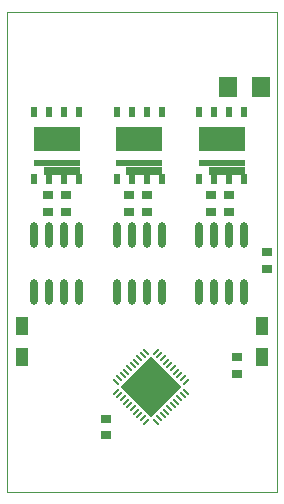
<source format=gtp>
%FSLAX25Y25*%
%MOIN*%
G70*
G01*
G75*
G04 Layer_Color=8421504*
%ADD10R,0.06299X0.07087*%
%ADD11R,0.12362X0.02835*%
%ADD12R,0.15748X0.02362*%
%ADD13R,0.02402X0.03268*%
%ADD14R,0.15748X0.08465*%
%ADD15O,0.02362X0.08661*%
%ADD16R,0.03543X0.03150*%
%ADD17R,0.03937X0.05906*%
G04:AMPARAMS|DCode=18|XSize=8.66mil|YSize=27.56mil|CornerRadius=0mil|HoleSize=0mil|Usage=FLASHONLY|Rotation=45.000|XOffset=0mil|YOffset=0mil|HoleType=Round|Shape=Rectangle|*
%AMROTATEDRECTD18*
4,1,4,0.00668,-0.01281,-0.01281,0.00668,-0.00668,0.01281,0.01281,-0.00668,0.00668,-0.01281,0.0*
%
%ADD18ROTATEDRECTD18*%

G04:AMPARAMS|DCode=19|XSize=8.66mil|YSize=27.56mil|CornerRadius=0mil|HoleSize=0mil|Usage=FLASHONLY|Rotation=315.000|XOffset=0mil|YOffset=0mil|HoleType=Round|Shape=Rectangle|*
%AMROTATEDRECTD19*
4,1,4,-0.01281,-0.00668,0.00668,0.01281,0.01281,0.00668,-0.00668,-0.01281,-0.01281,-0.00668,0.0*
%
%ADD19ROTATEDRECTD19*%

%ADD20P,0.20044X4X360.0*%
%ADD21C,0.02000*%
%ADD22C,0.00600*%
%ADD23C,0.00800*%
%ADD24R,0.58000X0.10500*%
%ADD25R,0.07000X0.20000*%
%ADD26R,0.11000X0.04500*%
%ADD27R,0.10000X0.04500*%
%ADD28R,0.07500X0.05500*%
%ADD29R,0.07000X0.17000*%
%ADD30R,0.07000X0.33000*%
%ADD31R,0.08000X0.05500*%
%ADD32R,0.06500X0.17000*%
%ADD33C,0.00200*%
%ADD34R,0.05906X0.05906*%
%ADD35C,0.05906*%
%ADD36R,0.05906X0.05906*%
%ADD37C,0.01969*%
%ADD38R,0.07087X0.06299*%
%ADD39R,0.05906X0.05118*%
%ADD40R,0.01378X0.01378*%
%ADD41R,0.03150X0.03543*%
%ADD42R,0.04500X0.14500*%
%ADD43R,0.08000X0.19000*%
%ADD44R,0.08000X0.19500*%
%ADD45R,0.07000X0.21000*%
%ADD46R,0.07000X0.19500*%
%ADD47R,0.17000X0.07500*%
%ADD48R,0.23500X0.07500*%
%ADD49R,0.23000X0.07500*%
%ADD50C,0.00984*%
%ADD51C,0.00787*%
%ADD52C,0.00500*%
D10*
X84512Y135000D02*
D03*
X73488D02*
D03*
D11*
X18193Y106799D02*
D03*
X45693D02*
D03*
X73193D02*
D03*
D12*
X16500Y109398D02*
D03*
X44000D02*
D03*
X71500D02*
D03*
D13*
X9000Y126661D02*
D03*
X14000D02*
D03*
X19000D02*
D03*
X24000D02*
D03*
Y104339D02*
D03*
X19000D02*
D03*
X14000D02*
D03*
X9000D02*
D03*
X36500Y126661D02*
D03*
X41500D02*
D03*
X46500D02*
D03*
X51500D02*
D03*
Y104339D02*
D03*
X46500D02*
D03*
X41500D02*
D03*
X36500D02*
D03*
X64000Y126661D02*
D03*
X69000D02*
D03*
X74000D02*
D03*
X79000D02*
D03*
Y104339D02*
D03*
X74000D02*
D03*
X69000D02*
D03*
X64000D02*
D03*
D14*
X16500Y117567D02*
D03*
X44000D02*
D03*
X71500D02*
D03*
D15*
X9000Y66551D02*
D03*
X14000D02*
D03*
X19000D02*
D03*
X24000D02*
D03*
X9000Y85449D02*
D03*
X14000D02*
D03*
X19000D02*
D03*
X24000D02*
D03*
X36500Y66551D02*
D03*
X41500D02*
D03*
X46500D02*
D03*
X51500D02*
D03*
X36500Y85449D02*
D03*
X41500D02*
D03*
X46500D02*
D03*
X51500D02*
D03*
X64000Y66551D02*
D03*
X69000D02*
D03*
X74000D02*
D03*
X79000D02*
D03*
X64000Y85449D02*
D03*
X69000D02*
D03*
X74000D02*
D03*
X79000D02*
D03*
D16*
X13500Y93244D02*
D03*
Y98756D02*
D03*
X19500Y93244D02*
D03*
Y98756D02*
D03*
X40500Y93244D02*
D03*
Y98756D02*
D03*
X46500Y93244D02*
D03*
Y98756D02*
D03*
X68000Y93244D02*
D03*
Y98756D02*
D03*
X74000Y93244D02*
D03*
Y98756D02*
D03*
X86500Y79756D02*
D03*
Y74244D02*
D03*
X33000Y18744D02*
D03*
Y24256D02*
D03*
X76500Y44756D02*
D03*
Y39244D02*
D03*
D17*
X85000Y44888D02*
D03*
Y55312D02*
D03*
X5000Y44888D02*
D03*
Y55312D02*
D03*
D18*
X46330Y46692D02*
D03*
X45216Y45579D02*
D03*
X44103Y44465D02*
D03*
X42989Y43352D02*
D03*
X41875Y42238D02*
D03*
X40762Y41125D02*
D03*
X39648Y40011D02*
D03*
X38535Y38897D02*
D03*
X37421Y37784D02*
D03*
X36307Y36670D02*
D03*
X49670Y23308D02*
D03*
X50784Y24421D02*
D03*
X51897Y25535D02*
D03*
X53011Y26648D02*
D03*
X54124Y27762D02*
D03*
X55238Y28875D02*
D03*
X56352Y29989D02*
D03*
X57465Y31103D02*
D03*
X58579Y32216D02*
D03*
X59692Y33330D02*
D03*
D19*
X36307D02*
D03*
X37421Y32216D02*
D03*
X38535Y31103D02*
D03*
X39648Y29989D02*
D03*
X40762Y28875D02*
D03*
X41875Y27762D02*
D03*
X42989Y26648D02*
D03*
X44103Y25535D02*
D03*
X45216Y24421D02*
D03*
X46330Y23308D02*
D03*
X59692Y36670D02*
D03*
X58579Y37784D02*
D03*
X57465Y38897D02*
D03*
X56352Y40011D02*
D03*
X55238Y41125D02*
D03*
X54124Y42238D02*
D03*
X53011Y43352D02*
D03*
X51897Y44465D02*
D03*
X50784Y45579D02*
D03*
X49670Y46692D02*
D03*
D20*
X48000Y35000D02*
D03*
D33*
X-0Y0D02*
X90000D01*
Y160000D01*
X-0D02*
X90000D01*
X-0Y0D02*
Y160000D01*
M02*

</source>
